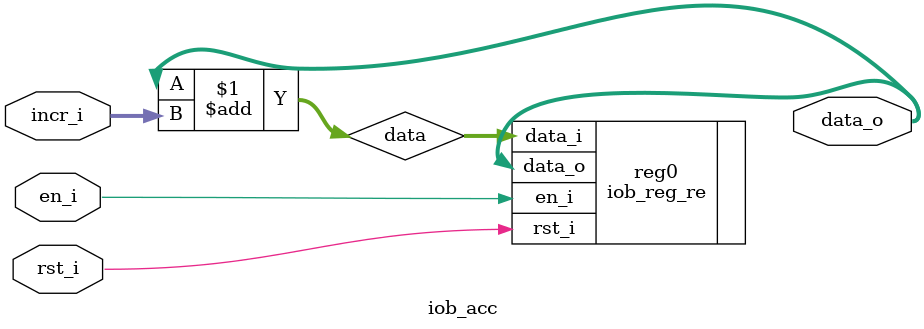
<source format=v>
`timescale 1ns / 1ps

module iob_acc #(
   parameter DATA_W  = 21,
   parameter RST_VAL = {DATA_W{1'b0}}
) (
   `include "clk_en_rst_port.vs"

   input rst_i,
   input en_i,

   input  [DATA_W-1:0] incr_i,
   output [DATA_W-1:0] data_o
);

   wire [DATA_W-1:0] data;
   assign data = data_o + incr_i;

   iob_reg_re #(
      .DATA_W (DATA_W),
      .RST_VAL(RST_VAL),
      .CLKEDGE("posedge")
   ) reg0 (
      `include "clk_en_rst_portmap.vs"

      .rst_i(rst_i),
      .en_i (en_i),

      .data_i(data),
      .data_o(data_o)
   );

endmodule

</source>
